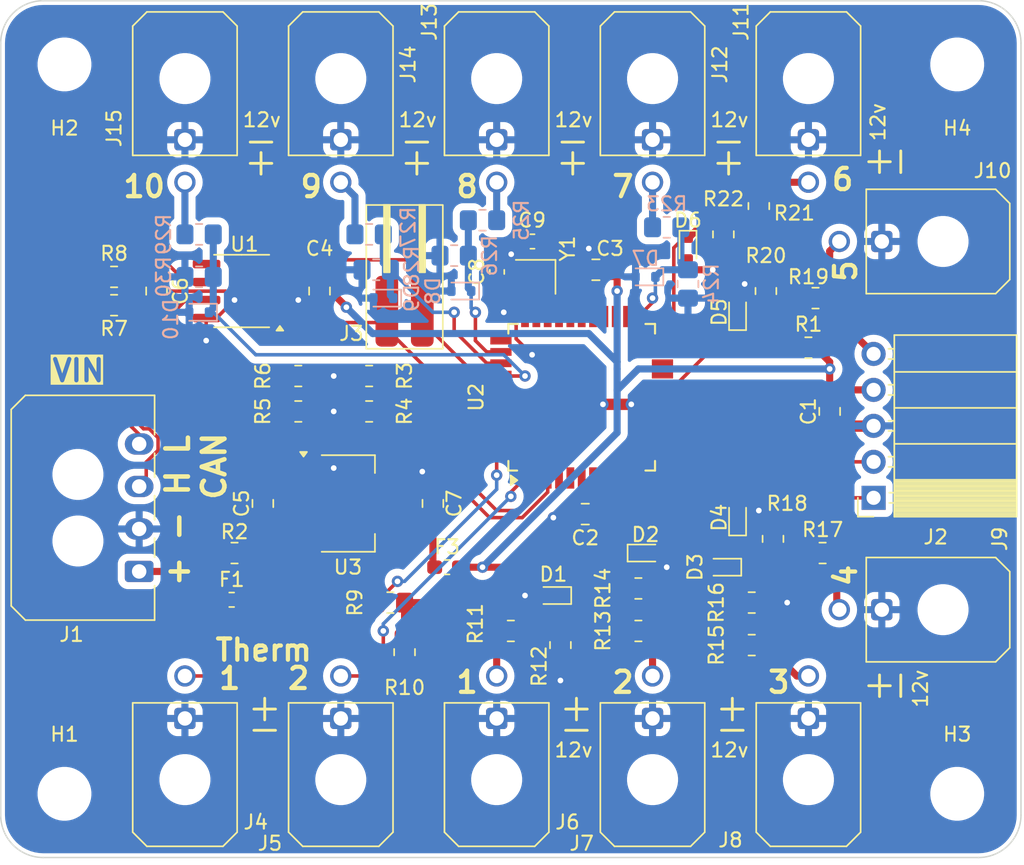
<source format=kicad_pcb>
(kicad_pcb (version 20240108) (generator "pcbnew") (generator_version "8.0")
  (layers (0 "F.Cu" signal) (31 "B.Cu" signal) (34 "B.Paste" user) (35 "F.Paste" user) (36 "B.SilkS" user "B.Silkscreen") (37 "F.SilkS" user "F.Silkscreen") (38 "B.Mask" user) (39 "F.Mask" user) (44 "Edge.Cuts" user))
  (net 0 "")
  (net 1 "+3V3")
  (net 2 "GND")
  (net 3 "+12V")
  (net 4 "/Decoupling")
  (net 5 "/Unfused 3V3")
  (net 6 "/CLK+")
  (net 7 "/CLK-")
  (net 8 "/4:1 P{slash}D 1")
  (net 9 "/4:1 P{slash}D 2")
  (net 10 "/4:1 P{slash}D 3")
  (net 11 "/4:1 P{slash}D 4")
  (net 12 "/4:1 P{slash}D 5")
  (net 13 "/4:1 P{slash}D 8")
  (net 14 "/4:1 P{slash}D 6")
  (net 15 "/4:1 P{slash}D 7")
  (net 16 "Net-(F1-Pad2)")
  (net 17 "Net-(J1-Pin_1)")
  (net 18 "/ICSPCLK")
  (net 19 "/~{MCLR}")
  (net 20 "/ICSPDAT")
  (net 21 "/CAN_RX")
  (net 22 "/CAN_TX")
  (net 23 "/CAN-")
  (net 24 "/CAN+")
  (net 25 "Net-(J6-Pin_2)")
  (net 26 "Net-(J7-Pin_2)")
  (net 27 "Net-(J8-Pin_2)")
  (net 28 "Net-(J9-Pin_2)")
  (net 29 "/Therm 2")
  (net 30 "/Therm 1")
  (net 31 "Net-(J12-Pin_2)")
  (net 32 "Net-(J13-Pin_2)")
  (net 33 "Net-(U2-RD2)")
  (net 34 "Net-(U2-RD3)")
  (net 35 "Net-(U2-RD4)")
  (net 36 "Net-(U2-RD5)")
  (net 54 "Net-(J10-Pin_2)")
  (net 55 "Net-(J11-Pin_2)")
  (net 56 "/4:1 P{slash}D 9")
  (net 57 "/4:1 P{slash}D 10")
  (net 58 "Net-(J14-Pin_2)")
  (net 59 "Net-(J15-Pin_2)")
  (footprint "Resistor_SMD:R_0805_2012Metric_Pad1.20x1.40mm_HandSolder" (layer "F.Cu") (at 117 91.5)
    (property "Reference" "R8")
    (property "Value" "60R")
  )
  (footprint "Connector_Molex:Molex_Micro-Fit_3.0_43045-0200_2x01_P3.00mm_Horizontal" (layer "F.Cu") (at 133 81.82)
    (property "Reference" "J14")
    (property "Value" "Conn_01x02_Pin")
  )
  (footprint "Resistor_SMD:R_0805_2012Metric_Pad1.20x1.40mm_HandSolder" (layer "F.Cu") (at 162 117.5)
    (property "Reference" "R15")
    (property "Value" "40k")
  )
  (footprint "Capacitor_SMD:C_0805_2012Metric_Pad1.18x1.45mm_HandSolder" (layer "F.Cu") (at 167.5 101 -90)
    (property "Reference" "C1")
    (property "Value" "10u")
  )
  (footprint "Package_TO_SOT_SMD:SOT-223-3_TabPin2" (layer "F.Cu") (at 133.5 107.5)
    (property "Reference" "U3")
    (property "Value" "AZ1117CH-3.3TRG1")
  )
  (footprint "Capacitor_SMD:C_0805_2012Metric_Pad1.18x1.45mm_HandSolder" (layer "F.Cu") (at 151 91 180)
    (property "Reference" "C3")
    (property "Value" "100n")
  )
  (footprint "Connector_Molex:Molex_Micro-Fit_3.0_43045-0200_2x01_P3.00mm_Horizontal" (layer "F.Cu") (at 171.18 89 -90)
    (property "Reference" "J10")
    (property "Value" "Conn_01x02_Pin")
  )
  (footprint "Resistor_SMD:R_0805_2012Metric_Pad1.20x1.40mm_HandSolder" (layer "F.Cu") (at 154 113.5 180)
    (property "Reference" "R14")
    (property "Value" "10k")
  )
  (footprint "Resistor_SMD:R_0805_2012Metric_Pad1.20x1.40mm_HandSolder" (layer "F.Cu") (at 130 101)
    (property "Reference" "R5")
    (property "Value" "0")
  )
  (footprint "Connector_Molex:Molex_Micro-Fit_3.0_43045-0200_2x01_P3.00mm_Horizontal" (layer "F.Cu") (at 133 122.68 180)
    (property "Reference" "J5")
    (property "Value" "Conn_01x02_Pin")
  )
  (footprint "Resistor_SMD:R_0805_2012Metric_Pad1.20x1.40mm_HandSolder" (layer "F.Cu") (at 135 98.5 180)
    (property "Reference" "R3")
    (property "Value" "0")
  )
  (footprint "Resistor_SMD:R_0805_2012Metric_Pad1.20x1.40mm_HandSolder" (layer "F.Cu") (at 117 93.5 180)
    (property "Reference" "R7")
    (property "Value" "60R")
  )
  (footprint "Capacitor_SMD:C_0805_2012Metric_Pad1.18x1.45mm_HandSolder" (layer "F.Cu") (at 127.5 107.5 90)
    (property "Reference" "C5")
    (property "Value" "10u")
  )
  (footprint "Resistor_SMD:R_0805_2012Metric_Pad1.20x1.40mm_HandSolder" (layer "F.Cu") (at 166.5 93)
    (property "Reference" "R19")
    (property "Value" "40k")
  )
  (footprint "Resistor_SMD:R_0805_2012Metric_Pad1.20x1.40mm_HandSolder" (layer "F.Cu") (at 130 98.5)
    (property "Reference" "R6")
    (property "Value" "0")
  )
  (footprint "sufst-lib:Conn2_SMD" (layer "F.Cu") (at 137.5 93.925)
    (property "Reference" "J3")
    (property "Value" "Conn_01x02_Pin")
  )
  (footprint "Connector_Molex:Molex_Micro-Fit_3.0_43045-0200_2x01_P3.00mm_Horizontal" (layer "F.Cu") (at 155 81.82)
    (property "Reference" "J12")
    (property "Value" "Conn_01x02_Pin")
  )
  (footprint "Resistor_SMD:R_0805_2012Metric_Pad1.20x1.40mm_HandSolder" (layer "F.Cu") (at 162 114.5 180)
    (property "Reference" "R16")
    (property "Value" "10k")
  )
  (footprint "Diode_SMD:D_SOD-523" (layer "F.Cu") (at 154.5 111)
    (property "Reference" "D2")
    (property "Value" "BZT585B3V3T-7")
  )
  (footprint "Crystal:Crystal_SMD_SeikoEpson_FA128-4Pin_2.0x1.6mm" (layer "F.Cu") (at 146.75 91.5 180)
    (property "Reference" "Y1")
    (property "Value" "40MHz")
  )
  (footprint "Capacitor_SMD:C_0805_2012Metric_Pad1.18x1.45mm_HandSolder" (layer "F.Cu") (at 139.5 107.5 90)
    (property "Reference" "C7")
    (property "Value" "10u")
  )
  (footprint "Capacitor_SMD:C_0805_2012Metric_Pad1.18x1.45mm_HandSolder" (layer "F.Cu") (at 150.25 108.25 180)
    (property "Reference" "C2")
    (property "Value" "100n")
  )
  (footprint "Connector_Molex:Molex_Micro-Fit_3.0_43045-0200_2x01_P3.00mm_Horizontal" (layer "F.Cu") (at 155 122.68 180)
    (property "Reference" "J7")
    (property "Value" "Conn_01x02_Pin")
  )
  (footprint "Capacitor_SMD:C_0603_1608Metric_Pad1.08x0.95mm_HandSolder" (layer "F.Cu") (at 144.025 91.15 90)
    (property "Reference" "C8")
    (property "Value" "10p")
  )
  (footprint "Resistor_SMD:R_0805_2012Metric_Pad1.20x1.40mm_HandSolder" (layer "F.Cu") (at 163 92.5 -90)
    (property "Reference" "R20")
    (property "Value" "10k")
  )
  (footprint "Resistor_SMD:R_0805_2012Metric_Pad1.20x1.40mm_HandSolder" (layer "F.Cu") (at 162.5 86.5 90)
    (property "Reference" "R21")
    (property "Value" "40k")
  )
  (footprint "Resistor_SMD:R_0805_2012Metric_Pad1.20x1.40mm_HandSolder" (layer "F.Cu") (at 136.5 114.5)
    (property "Reference" "R9")
    (property "Value" "10k")
  )
  (footprint "Resistor_SMD:R_0805_2012Metric_Pad1.20x1.40mm_HandSolder" (layer "F.Cu") (at 154 116.5)
    (property "Reference" "R13")
    (property "Value" "40k")
  )
  (footprint "Connector_Molex:Molex_Micro-Fit_3.0_43045-0200_2x01_P3.00mm_Horizontal" (layer "F.Cu") (at 144 81.82)
    (property "Reference" "J13")
    (property "Value" "Conn_01x02_Pin")
  )
  (footprint "Diode_SMD:D_SOD-523" (layer "F.Cu") (at 148 114 180)
    (property "Reference" "D1")
    (property "Value" "BZT585B3V3T-7")
  )
  (footprint "Connector_PinSocket_2.54mm:PinSocket_1x05_P2.54mm_Horizontal" (layer "F.Cu") (at 170.6 107.1 180)
    (property "Reference" "J2")
    (property "Value" "Conn_01x05_Pin")
  )
  (footprint "Resistor_SMD:R_0805_2012Metric_Pad1.20x1.40mm_HandSolder" (layer "F.Cu") (at 125.5 111 180)
    (property "Reference" "R2")
    (property "Value" "12")
  )
  (footprint "Connector_Molex:Molex_Micro-Fit_3.0_43045-0200_2x01_P3.00mm_Horizontal" (layer "F.Cu") (at 166 122.68 180)
    (property "Reference" "J8")
    (property "Value" "Conn_01x02_Pin")
  )
  (footprint "Capacitor_SMD:C_0603_1608Metric_Pad1.08x0.95mm_HandSolder" (layer "F.Cu") (at 146.525 89 180)
    (property "Reference" "C9")
    (property "Value" "10p")
  )
  (footprint "Diode_SMD:D_SOD-523" (layer "F.Cu") (at 157.5 89.5 -90)
    (property "Reference" "D6")
    (property "Value" "BZT585B3V3T-7")
  )
  (footprint "Resistor_SMD:R_0805_2012Metric_Pad1.20x1.40mm_HandSolder" (layer "F.Cu") (at 135 101 180)
    (property "Reference" "R4")
    (property "Value" "0")
  )
  (footprint "Diode_SMD:D_SOD-523" (layer "F.Cu") (at 160 112 180)
    (property "Reference" "D3")
    (property "Value" "BZT585B3V3T-7")
  )
  (footprint "Capacitor_SMD:C_0805_2012Metric_Pad1.18x1.45mm_HandSolder" (layer "F.Cu") (at 131.5 92.5 90)
    (property "Reference" "C4")
    (property "Value" "100n")
  )
  (footprint "Resistor_SMD:R_0805_2012Metric_Pad1.20x1.40mm_HandSolder" (layer "F.Cu") (at 167 111)
    (property "Reference" "R17")
    (property "Value" "40k")
  )
  (footprint "MountingHole:MountingHole_3.2mm_M3" (layer "F.Cu") (at 176.5 128)
    (property "Reference" "H3")
    (property "Value" "M3")
  )
  (footprint "Resistor_SMD:R_0805_2012Metric_Pad1.20x1.40mm_HandSolder" (layer "F.Cu") (at 145 116.5 180)
    (property "Reference" "R11")
    (property "Value" "40k")
  )
  (footprint "Resistor_SMD:R_0805_2012Metric_Pad1.20x1.40mm_HandSolder" (layer "F.Cu") (at 137.5 118 90)
    (property "Reference" "R10")
    (property "Value" "10k")
  )
  (footprint "Connector_Molex:Molex_Micro-Fit_3.0_43045-0200_2x01_P3.00mm_Horizontal" (layer "F.Cu") (at 166 81.82)
    (property "Reference" "J11")
    (property "Value" "Conn_01x02_Pin")
  )
  (footprint "Resistor_SMD:R_0805_2012Metric_Pad1.20x1.40mm_HandSolder" (layer "F.Cu") (at 148.5 117.5 90)
    (property "Reference" "R12")
    (property "Value" "10k")
  )
  (footprint "Diode_SMD:D_SOD-523" (layer "F.Cu") (at 161 94 90)
    (property "Reference" "D5")
    (property "Value" "BZT585B3V3T-7")
  )
  (footprint "Fuse:Fuse_0603_1608Metric_Pad1.05x0.95mm_HandSolder" (layer "F.Cu") (at 125.3 114.3)
    (property "Reference" "F1")
    (property "Value" "T0603FF0250TM")
  )
  (footprint "Resistor_SMD:R_0805_2012Metric_Pad1.20x1.40mm_HandSolder" (layer "F.Cu") (at 160 88.5 90)
    (property "Reference" "R22")
    (property "Value" "10k")
  )
  (footprint "Resistor_SMD:R_0805_2012Metric_Pad1.20x1.40mm_HandSolder" (layer "F.Cu") (at 163.5 110 -90)
    (property "Reference" "R18")
    (property "Value" "10k")
  )
  (footprint "Connector_Molex:Molex_Micro-Fit_3.0_43045-0200_2x01_P3.00mm_Horizontal" (layer "F.Cu") (at 122 81.82)
    (property "Reference" "J15")
    (property "Value" "Conn_01x02_Pin")
  )
  (footprint "Package_QFP:TQFP-44_10x10mm_P0.8mm" (layer "F.Cu") (at 150 100 90)
    (property "Reference" "U2")
    (property "Value" "PIC18F47Q84-I/PT")
  )
  (footprint "MountingHole:MountingHole_3.2mm_M3" (layer "F.Cu") (at 176.5 76.5)
    (property "Reference" "H4")
    (property "Value" "M3")
  )
  (footprint "Connector_Molex:Molex_Micro-Fit_3.0_43045-0200_2x01_P3.00mm_Horizontal" (layer "F.Cu") (at 144 122.68 180)
    (property "Reference" "J6")
    (property "Value" "Conn_01x02_Pin")
  )
  (footprint "Connector_Molex:Molex_Micro-Fit_3.0_43045-0200_2x01_P3.00mm_Horizontal" (layer "F.Cu") (at 171.18 115 -90)
    (property "Reference" "J9")
    (property "Value" "Conn_01x02_Pin")
  )
  (footprint "Fuse:Fuse_0603_1608Metric_Pad1.05x0.95mm_HandSolder" (layer "F.Cu") (at 140.5 112)
    (property "Reference" "F3")
    (property "Value" "T0603FF0250TM")
  )
  (footprint "MountingHole:MountingHole_3.2mm_M3" (layer "F.Cu") (at 113.5 128)
    (property "Reference" "H1")
    (property "Value" "M3")
  )
  (footprint "MountingHole:MountingHole_3.2mm_M3" (layer "F.Cu") (at 113.5 76.5)
    (property "Reference" "H2")
    (property "Value" "M3")
  )
  (footprint "Capacitor_SMD:C_0805_2012Metric_Pad1.18x1.45mm_HandSolder" (layer "F.Cu") (at 120 92.5 -90)
    (property "Reference" "C6")
    (property "Value" "4n7")
  )
  (footprint "Resistor_SMD:R_0805_2012Metric_Pad1.20x1.40mm_HandSolder" (layer "F.Cu") (at 166 96.5)
    (property "Reference" "R1")
    (property "Value" "10k")
  )
  (footprint "Connector_Molex:Molex_Micro-Fit_3.0_43650-0400_1x04_P3.00mm_Horizontal" (layer "F.Cu") (at 118.77 112.3 90)
    (property "Reference" "J1")
    (property "Value" "Conn_01x04_Pin")
  )
  (footprint "Package_SO:SOIC-8_3.9x4.9mm_P1.27mm" (layer "F.Cu") (at 126 92.5 180)
    (property "Reference" "U1")
    (property "Value" "MAX3051ESA+")
  )
  (footprint "Connector_Molex:Molex_Micro-Fit_3.0_43045-0200_2x01_P3.00mm_Horizontal" (layer "F.Cu") (at 122 122.68 180)
    (property "Reference" "J4")
    (property "Value" "Conn_01x02_Pin")
  )
  (footprint "Diode_SMD:D_SOD-523" (layer "F.Cu") (at 161 108.5 90)
    (property "Reference" "D4")
    (property "Value" "BZT585B3V3T-7")
  )
  (footprint "Diode_SMD:D_SOD-523" (layer "B.Cu") (at 136 93 180)
    (property "Reference" "D9")
    (property "Value" "BZT585B3V3T-7")
  )
  (footprint "Diode_SMD:D_SOD-523" (layer "B.Cu") (at 154.5 91.5 180)
    (property "Reference" "D7")
    (property "Value" "BZT585B3V3T-7")
  )
  (footprint "Resistor_SMD:R_0805_2012Metric_Pad1.20x1.40mm_HandSolder" (layer "B.Cu") (at 141 90)
    (property "Reference" "R26")
    (property "Value" "10k")
  )
  (footprint "Resistor_SMD:R_0805_2012Metric_Pad1.20x1.40mm_HandSolder" (layer "B.Cu") (at 123 91.5)
    (property "Reference" "R30")
    (property "Value" "10k")
  )
  (footprint "Resistor_SMD:R_0805_2012Metric_Pad1.20x1.40mm_HandSolder" (layer "B.Cu") (at 135.5 91)
    (property "Reference" "R28")
    (property "Value" "10k")
  )
  (footprint "Resistor_SMD:R_0805_2012Metric_Pad1.20x1.40mm_HandSolder" (layer "B.Cu") (at 156 88 180)
    (property "Reference" "R23")
    (property "Value" "40k")
  )
  (footprint "Resistor_SMD:R_0805_2012Metric_Pad1.20x1.40mm_HandSolder" (layer "B.Cu") (at 143 87.5)
    (property "Reference" "R25")
    (property "Value" "40k")
  )
  (footprint "Resistor_SMD:R_0805_2012Metric_Pad1.20x1.40mm_HandSolder" (layer "B.Cu") (at 123 88.5 180)
    (property "Reference" "R29")
    (property "Value" "40k")
  )
  (footprint "Resistor_SMD:R_0805_2012Metric_Pad1.20x1.40mm_HandSolder" (layer "B.Cu") (at 135 88.5 180)
    (property "Reference" "R27")
    (property "Value" "40k")
  )
  (footprint "Resistor_SMD:R_0805_2012Metric_Pad1.20x1.40mm_HandSolder" (layer "B.Cu") (at 157.5 92 90)
    (property "Reference" "R24")
    (property "Value" "10k")
  )
  (footprint "Diode_SMD:D_SOD-523" (layer "B.Cu") (at 123 94 180)
    (property "Reference" "D10")
    (property "Value" "BZT585B3V3T-7")
  )
  (footprint "Diode_SMD:D_SOD-523" (layer "B.Cu") (at 141.5 92.5 180)
    (property "Reference" "D8")
    (property "Value" "BZT585B3V3T-7")
  )
  (gr_line (start 109 116) (end 109 129.5) (stroke (width 0.1)) (layer "Edge.Cuts"))
  (gr_arc (start 178 72) (mid 180.12132 72.87868) (end 181 75) (stroke (width 0.1)) (layer "Edge.Cuts"))
  (gr_line (start 181 75) (end 181 129.5) (stroke (width 0.1)) (layer "Edge.Cuts"))
  (gr_line (start 109 116) (end 109 75) (stroke (width 0.1)) (layer "Edge.Cuts"))
  (gr_arc (start 109 75) (mid 109.87868 72.87868) (end 112 72) (stroke (width 0.1)) (layer "Edge.Cuts"))
  (gr_line (start 112 132.5) (end 178 132.5) (stroke (width 0.1)) (layer "Edge.Cuts"))
  (gr_arc (start 112 132.5) (mid 109.87868 131.62132) (end 109 129.5) (stroke (width 0.1)) (layer "Edge.Cuts"))
  (gr_line (start 112 72) (end 178 72) (stroke (width 0.1)) (layer "Edge.Cuts"))
  (gr_arc (start 181 129.5) (mid 180.12132 131.62132) (end 178 132.5) (stroke (width 0.1)) (layer "Edge.Cuts"))
  (gr_text "1" (at 141 121 0) (layer "F.SilkS") (effects (font (size 1.5 1.5) (thickness 0.3) (bold yes)) (justify left bottom)))
  (gr_text "+" (at 151 121 180) (layer "F.SilkS") (effects (font (size 2 2) (thickness 0.2) (bold yes)) (justify left bottom)))
  (gr_text "-" (at 129 122.5 180) (layer "F.SilkS") (effects (font (size 2 2) (thickness 0.2) (bold yes)) (justify left bottom)))
  (gr_text "+" (at 170 119 -90) (layer "F.SilkS") (effects (font (size 2 2) (thickness 0.2) (bold yes)) (justify left bottom)))
  (gr_text "7" (at 152 86 0) (layer "F.SilkS") (effects (font (size 1.5 1.5) (thickness 0.3) (bold yes)) (justify left bottom)))
  (gr_text "12v" (at 148 81 0) (layer "F.SilkS") (effects (font (size 1 1)) (justify left bottom)))
  (gr_text "-" (at 159 83 0) (layer "F.SilkS") (effects (font (size 2 2) (thickness 0.2) (bold yes)) (justify left bottom)))
  (gr_text "6" (at 167.5 85.5 0) (layer "F.SilkS") (effects (font (size 1.5 1.5) (thickness 0.3) (bold yes)) (justify left bottom)))
  (gr_text "12v" (at 174.5 122 90) (layer "F.SilkS") (effects (font (size 1 1)) (justify left bottom)))
  (gr_text "+" (at 126 84.5 0) (layer "F.SilkS") (effects (font (size 2 2) (thickness 0.2) (bold yes)) (justify left bottom)))
  (gr_text "2" (at 152 121 0) (layer "F.SilkS") (effects (font (size 1.5 1.5) (thickness 0.3) (bold yes)) (justify left bottom)))
  (gr_text "-" (at 171.5 119 -90) (layer "F.SilkS") (effects (font (size 2 2) (thickness 0.2) (bold yes)) (justify left bottom)))
  (gr_text "1   2" (at 124.25 120.73 0) (layer "F.SilkS") (effects (font (size 1.5 1.5) (thickness 0.3) (bold yes)) (justify left bottom)))
  (gr_text "-" (at 171.5 82 -90) (layer "F.SilkS") (effects (font (size 2 2) (thickness 0.2) (bold yes)) (justify left bottom)))
  (gr_text "9" (at 130 86 0) (layer "F.SilkS") (effects (font (size 1.5 1.5) (thickness 0.3) (bold yes)) (justify left bottom)))
  (gr_text "+ - H L\n     CAN" (at 125 113.5 90) (layer "F.SilkS") (effects (font (size 1.6 1.6) (thickness 0.32) (bold yes)) (justify left bottom)))
  (gr_text "3" (at 163 121 0) (layer "F.SilkS") (effects (font (size 1.5 1.5) (thickness 0.3) (bold yes)) (justify left bottom)))
  (gr_text "VIN" (at 112.5 99 0) (layer "F.SilkS" knockout) (effects (font (size 1.5 1.5) (thickness 0.3) (bold yes)) (justify left bottom)))
  (gr_text "-" (at 148 83 0) (layer "F.SilkS") (effects (font (size 2 2) (thickness 0.2) (bold yes)) (justify left bottom)))
  (gr_text "5" (at 169.5 92 90) (layer "F.SilkS") (effects (font (size 1.5 1.5) (thickness 0.3) (bold yes)) (justify left bottom)))
  (gr_text "12v" (at 171.5 82 90) (layer "F.SilkS") (effects (font (size 1 1)) (justify left bottom)))
  (gr_text "4" (at 169.5 113.5 90) (layer "F.SilkS") (effects (font (size 1.5 1.5) (thickness 0.3) (bold yes)) (justify left bottom)))
  (gr_text "-" (at 126 83 0) (layer "F.SilkS") (effects (font (size 2 2) (thickness 0.2) (bold yes)) (justify left bottom)))
  (gr_text "Therm" (at 124 118.73 0) (layer "F.SilkS") (effects (font (size 1.5 1.5) (thickness 0.3) (bold yes)) (justify left bottom)))
  (gr_text "12v" (at 159 125.5 0) (layer "F.SilkS") (effects (font (size 1 1)) (justify left bottom)))
  (gr_text "8" (at 141 86 0) (layer "F.SilkS") (effects (font (size 1.5 1.5) (thickness 0.3) (bold yes)) (justify left bottom)))
  (gr_text "-" (at 162 122.5 180) (layer "F.SilkS") (effects (font (size 2 2) (thickness 0.2) (bold yes)) (justify left bottom)))
  (gr_text "+" (at 159 84.5 0) (layer "F.SilkS") (effects (font (size 2 2) (thickness 0.2) (bold yes)) (justify left bottom)))
  (gr_text "+" (at 162 121 180) (layer "F.SilkS") (effects (font (size 2 2) (thickness 0.2) (bold yes)) (justify left bottom)))
  (gr_text "10" (at 117.5 86 0) (layer "F.SilkS") (effects (font (size 1.5 1.5) (thickness 0.3) (bold yes)) (justify left bottom)))
  (gr_text "12v" (at 137 81 0) (layer "F.SilkS") (effects (font (size 1 1)) (justify left bottom)))
  (gr_text "12v" (at 126 81 0) (layer "F.SilkS") (effects (font (size 1 1)) (justify left bottom)))
  (gr_text "+" (at 137 84.5 0) (layer "F.SilkS") (effects (font (size 2 2) (thickness 0.2) (bold yes)) (justify left bottom)))
  (gr_text "+" (at 148 84.5 0) (layer "F.SilkS") (effects (font (size 2 2) (thickness 0.2) (bold yes)) (justify left bottom)))
  (gr_text "-" (at 137 83 0) (layer "F.SilkS") (effects (font (size 2 2) (thickness 0.2) (bold yes)) (justify left bottom)))
  (gr_text "+" (at 129 121 180) (layer "F.SilkS") (effects (font (size 2 2) (thickness 0.2) (bold yes)) (justify left bottom)))
  (gr_text "-" (at 151 122.5 180) (layer "F.SilkS") (effects (font (size 2 2) (thickness 0.2) (bold yes)) (justify left bottom)))
  (gr_text "12v" (at 159 81 0) (layer "F.SilkS") (effects (font (size 1 1)) (justify left bottom)))
  (gr_text "+" (at 170 82 -90) (layer "F.SilkS") (effects (font (size 2 2) (thickness 0.2) (bold yes)) (justify left bottom)))
  (gr_text "12v" (at 148 125.5 0) (layer "F.SilkS") (effects (font (size 1 1)) (justify left bottom)))
  (segment (start 151.2875 108.25) (end 150.8 107.7625) (width 0.5) (layer "F.Cu") (net 1))
  (segment (start 133.39375 93.621872) (end 132.271878 92.5) (width 0.5) (layer "F.Cu") (net 1))
  (segment (start 150.8 107.7625) (end 150.8 105.7) (width 0.5) (layer "F.Cu") (net 1))
  (segment (start 170.6 99.48) (end 167.9825 99.48) (width 0.5) (layer "F.Cu") (net 1))
  (segment (start 167.5 97.5) (end 167 97) (width 0.5) (layer "F.Cu") (net 1))
  (segment (start 132.271878 92.5) (end 132.25 92.5) (width 0.5) (layer "F.Cu") (net 1))
  (segment (start 131.0975 91.865) (end 131.5 91.4625) (width 0.25) (layer "F.Cu") (net 1))
  (segment (start 167.5 98) (end 167.5 97.5) (width 0.5) (layer "F.Cu") (net 1))
  (segment (start 152.175 91) (end 152.2875 91) (width 0.5) (layer "F.Cu") (net 1))
  (segment (start 167.9825 99.48) (end 167.5 99.9625) (width 0.5) (layer "F.Cu") (net 1))
  (segment (start 128.475 91.865) (end 131.0975 91.865) (width 0.25) (layer "F.Cu") (net 1))
  (segment (start 152.5 91.4625) (end 152.0375 91) (width 0.5) (layer "F.Cu") (net 1))
  (segment (start 147.5375 112) (end 151.2875 108.25) (width 0.5) (layer "F.Cu") (net 1))
  (segment (start 150 93.175) (end 152.175 91) (width 0.5) (layer "F.Cu") (net 1))
  (segment (start 133.39375 93.64375) (end 133.39375 93.621872) (width 0.5) (layer "F.Cu") (net 1))
  (segment (start 150 94.3) (end 150 93.175) (width 0.5) (layer "F.Cu") (net 1))
  (segment (start 131.5 91.75) (end 131.5 91.4625) (width 0.5) (layer "F.Cu") (net 1))
  (segment (start 141.375 112.0625) (end 141.375 112) (width 0.5) (layer "F.Cu") (net 1))
  (segment (start 143 112) (end 147.5375 112) (width 0.5) (layer "F.Cu") (net 1))
  (segment (start 137.5 114.5) (end 138.9375 114.5) (width 0.5) (layer "F.Cu") (net 1))
  (segment (start 138.9375 114.5) (end 141.375 112.0625) (width 0.5) (layer "F.Cu") (net 1))
  (segment (start 167.5 99.9625) (end 167.5 98) (width 0.5) (layer "F.Cu") (net 1))
  (segment (start 137.5 117) (end 137.5 114.5) (width 0.5) (layer "F.Cu") (net 1))
  (segment (start 141.375 112) (end 143 112) (width 0.5) (layer "F.Cu") (net 1))
  (segment (start 132.25 92.5) (end 131.5 91.75) (width 0.5) (layer "F.Cu") (net 1))
  (segment (start 152.5 92.5) (end 152.5 91.4625) (width 0.5) (layer "F.Cu") (net 1))
  (via (at 133.39375 93.64375) (size 0.8) (drill 0.4) (layers "F.Cu" "B.Cu") (net 1))
  (via (at 152.5 92.5) (size 0.8) (drill 0.4) (layers "F.Cu" "B.Cu") (net 1))
  (via (at 167.5 98) (size 0.8) (drill 0.4) (layers "F.Cu" "B.Cu") (net 1))
  (via (at 143 112) (size 0.8) (drill 0.4) (layers "F.Cu" "B.Cu") (net 1))
  (segment (start 152.5 98) (end 152.5 97.5) (width 0.5) (layer "B.Cu") (net 1))
  (segment (start 150.5 95.5) (end 152.5 97.5) (width 0.5) (layer "B.Cu") (net 1))
  (segment (start 135.25 95.5) (end 150.5 95.5) (width 0.5) (layer "B.Cu") (net 1))
  (segment (start 152.5 102.5) (end 152.5 98) (width 0.5) (layer "B.Cu") (net 1))
  (segment (start 152.5 97.5) (end 152.5 92.5) (width 0.5) (layer "B.Cu") (net 1))
  (segment (start 167.5 98) (end 154 98) (width 0.5) (layer "B.Cu") (net 1))
  (segment (start 133.39375 93.64375) (end 135.25 95.5) (width 0.5) (layer "B.Cu") (net 1))
  (segment (start 154 98) (end 152.5 99.5) (width 0.5) (layer "B.Cu") (net 1))
  (segment (start 143 112) (end 152.5 102.5) (width 0.5) (layer "B.Cu") (net 1))
  (segment (start 147.475 92.075) (end 147.35766 92.075) (width 0.2) (layer "F.Cu") (net 2))
  (segment (start 150 107.4625) (end 150 105.7) (width 0.5) (layer "F.Cu") (net 2))
  (segment (start 156 111.8) (end 155.2 111) (width 0.25) (layer "F.Cu") (net 2))
  (segment (start 149.2 92.0125) (end 150.2125 91) (width 0.5) (layer "F.Cu") (net 2))
  (segment (start 149.2125 108.25) (end 148.25 108.25) (width 0.5) (layer "F.Cu") (net 2))
  (segment (start 162 91.5) (end 163 91.5) (width 0.5) (layer "F.Cu") (net 2))
  (segment (start 125.5 93.135) (end 124.875 92.51) (width 0.25) (layer "F.Cu") (net 2))
  (segment (start 149.2125 108.25) (end 150 107.4625) (width 0.5) (layer "F.Cu") (net 2))
  (segment (start 161 93.3) (end 161 92.5) (width 0.5) (layer "F.Cu") (net 2))
  (segment (start 156 112) (end 156 111.8) (width 0.25) (layer "F.Cu") (net 2))
  (segment (start 131.0975 93.135) (end 131.5 93.5375) (width 0.25) (layer "F.Cu") (net 2))
  (segment (start 167.5 102.0375) (end 170.5825 102.0375) (width 0.8) (layer "F.Cu") (net 2))
  (segment (start 131 101) (end 132.5 101) (width 0.25) (layer "F.Cu") (net 2))
  (segment (start 160 90.5) (end 160 89.5) (width 0.5) (layer "F.Cu") (net 2))
  (segment (start 145.6625 89.2625) (end 145.6625 89) (width 0.25) (layer "F.Cu") (net 2))
  (segment (start 153.5 100.5) (end 151.5 100.5) (width 0.8) (layer "F.Cu") (net 2))
  (segment (start 150.5 89.5) (end 150.2125 89.7875) (width 0.5) (layer "F.Cu") (net 2))
  (segment (start 147.3 114) (end 146 114) (width 0.25) (layer "F.Cu") (net 2))
  (segment (start 170.5825 102.0375) (end 170.6 102.02) (width 0.8) (layer "F.Cu") (net 2))
  (segment (start 125.5 93.135) (end 124.23 94.405) (width 0.25) (layer "F.Cu") (net 2))
  (segment (start 159.5 91) (end 160 90.5) (width 0.5) (layer "F.Cu") (net 2))
  (segment (start 131 98.5) (end 132.5 98.5) (width 0.25) (layer "F.Cu") (net 2))
  (segment (start 161.5 92) (end 162 91.5) (width 0.5) (layer "F.Cu") (net 2))
  (segment (start 132.5 98.5) (end 134 98.5) (width 0.25) (layer "F.Cu") (net 2))
  (segment (start 121.0275 92.51) (end 120.96375 92.57375) (width 0.25) (layer "F.Cu") (net 2))
  (segment (start 159.25 91) (end 159.5 91) (width 0.5) (layer "F.Cu") (net 2))
  (segment (start 132.5 101) (end 134 101) (width 0.25) (layer "F.Cu") (net 2))
  (segment (start 148.25 108.25) (end 148 108.5) (width 0.5) (layer "F.Cu") (net 2))
  (segment (start 155 113) (end 156 112) (width 0.25) (layer "F.Cu") (net 2))
  (segment (start 145.947304 90.925) (end 145.8 90.925) (width 0.2) (layer "F.Cu") (net 2))
  (segment (start 145.025 89.9) (end 145.6625 89.2625) (width 0.25) (layer "F.Cu") (net 2))
  (segment (start 155 113.5) (end 155 113) (width 0.25) (layer "F.Cu") (net 2))
  (segment (start 127.5 106.4625) (end 129.0875 106.4625) (width 0.5) (layer "F.Cu") (net 2))
  (segment (start 146.5 97) (end 145.375 95.875) (width 0.25) (layer "F.Cu") (net 2))
  (segment (start 123.5 96) (end 123.5 94.43) (width 0.25) (layer "F.Cu") (net 2))
  (segment (start 145.025 89.9) (end 144.4125 89.9) (width 0.25) (layer "F.Cu") (net 2))
  (segment (start 139.5 106) (end 139.5 106.4625) (width 0.5) (layer "F.Cu") (net 2))
  (segment (start 124.875 92.51) (end 121.0275 92.51) (width 0.25) (layer "F.Cu") (net 2))
  (segment (start 158 91) (end 157.5 90.5) (width 0.5) (layer "F.Cu") (net 2))
  (segment (start 145.375 95.875) (end 145.375 94.875) (width 0.25) (layer "F.Cu") (net 2))
  (segment (start 130.35 105.2) (end 132.3 105.2) (width 0.5) (layer "F.Cu") (net 2))
  (segment (start 150.2125 89.7875) (end 150.2125 91) (width 0.5) (layer "F.Cu") (net 2))
  (segment (start 145.025 89.925) (end 145.025 89.9) (width 0.25) (layer "F.Cu") (net 2))
  (segment (start 146.025 90.925) (end 145.025 89.925) (width 0.25) (layer "F.Cu") (net 2))
  (segment (start 145.8 90.925) (end 145.952696 90.925) (width 0.25) (layer "F.Cu") (net 2))
  (segment (start 138.75 105.25) (end 139.5 106) (width 0.5) (layer "F.Cu") (net 2))
  (segment (start 161 92.5) (end 161.5 92) (width 0.5) (layer "F.Cu") (net 2))
  (segment (start 146.20766 90.925) (end 146.025 90.925) (width 0.2) (layer "F.Cu") (net 2))
  (segment (start 148.5 118.5) (end 148.5 120) (width 0.25) (layer "F.Cu") (net 2))
  (segment (start 156 112) (end 159.3 112) (width 0.25) (layer "F.Cu") (net 2))
  (segment (start 159.25 91) (end 158 91) (width 0.5) (layer "F.Cu") (net 2))
  (segment (start 145.375 94.875) (end 144.5 94) (width 0.25) (layer "F.Cu") (net 2))
  (segment (start 145.8 90.925) (end 145.8 90.775) (width 0.2) (layer "F.Cu") (net 2))
  (segment (start 128.475 93.135) (end 131.0975 93.135) (width 0.25) (layer "F.Cu") (net 2))
  (segment (start 162.5 108) (end 163.5 109) (width 0.25) (layer "F.Cu") (net 2))
  (segment (start 157.5 90.5) (end 157.5 90.2) (width 0.5) (layer "F.Cu") (net 2))
  (segment (start 132.5 105) (end 132.3 105.2) (width 0.5) (layer "F.Cu") (net 2))
  (segment (start 121.0375 92.5) (end 120.96375 92.57375) (width 0.25) (layer "F.Cu") (net 2))
  (segment (start 120.96375 92.57375) (end 120 93.5375) (width 0.25) (layer "F.Cu") (net 2))
  (segment (start 161 107.8) (end 162.3 107.8) (width 0.25) (layer "F.Cu") (net 2))
  (segment (start 123.5 94.43) (end 123.525 94.405) (width 0.25) (layer "F.Cu") (net 2))
  (segment (start 149.2 94.3) (end 149.2 92.0125) (width 0.5) (layer "F.Cu") (net 2))
  (segment (start 147.35766 92.075) (end 146.20766 90.925) (width 0.2) (layer "F.Cu") (net 2))
  (segment (start 162.3 107.8) (end 162.5 108) (width 0.25) (layer "F.Cu") (net 2))
  (segment (start 163 114.5) (end 164.5 114.5) (width 0.25) (layer "F.Cu") (net 2))
  (segment (start 144.4125 89.9) (end 144.025 90.2875) (width 0.25) (layer "F.Cu") (net 2))
  (segment (start 124.23 94.405) (end 123.525 94.405) (width 0.25) (layer "F.Cu") (net 2))
  (segment (start 129.0875 106.4625) (end 130.35 105.2) (width 0.5) (layer "F.Cu") (net 2))
  (via (at 132.5 105) (size 0.8) (drill 0.4) (layers "F.Cu" "B.Cu") (net 2))
  (via (at 159.25 91) (size 0.8) (drill 0.4) (layers "F.Cu" "B.Cu") (net 2))
  (via (at 162.5 108) (size 0.8) (drill 0.4) (layers "F.Cu" "B.Cu") (net 2))
  (via (at 138.75 105.25) (size 0.8) (drill 0.4) (layers "F.Cu" "B.Cu") (net 2))
  (via (at 156 112) (size 0.8) (drill 0.4) (layers "F.Cu" "B.Cu") (net 2))
  (via (at 153.5 100.5) (size 0.8) (drill 0.4) (layers "F.Cu" "B.Cu") (net 2))
  (via (at 151.5 100.5) (size 0.8) (drill 0.4) (layers "F.Cu" "B.Cu") (net 2))
  (via (at 125.5 93.135) (size 0.8) (drill 0.4) (layers "F.Cu" "B.Cu") (net 2))
  (via (at 146 114) (size 0.8) (drill 0.4) (layers "F.Cu" "B.Cu") (net 2))
  (via (at 146.5 97) (size 0.8) (drill 0.4) (layers "F.Cu" "B.Cu") (net 2))
  (via (at 148.5 120) (size 0.8) (drill 0.4) (layers "F.Cu" "B.Cu") (net 2))
  (via (at 130 93.135) (size 0.8) (drill 0.4) (layers "F.Cu" "B.Cu") (net 2))
  (via (at 145.025 89.9) (size 0.8) (drill 0.4) (layers "F.Cu" "B.Cu") (net 2))
  (via (at 164.5 114.5) (size 0.8) (drill 0.4) (layers "F.Cu" "B.Cu") (net 2))
  (via (at 123.5 96) (size 0.8) (drill 0.4) (layers "F.Cu" "B.Cu") (net 2))
  (via (at 148 108.5) (size 0.8) (drill 0.4) (layers "F.Cu" "B.Cu") (net 2))
  (via (at 150.5 89.5) (size 0.8) (drill 0.4) (layers "F.Cu" "B.Cu") (net 2))
  (via (at 132.5 98.5) (size 0.8) (drill 0.4) (layers "F.Cu" "B.Cu") (net 2))
  (via (at 161.5 92) (size 0.8) (drill 0.4) (layers "F.Cu" "B.Cu") (net 2))
  (via (at 132.5 101) (size 0.8) (drill 0.4) (layers "F.Cu" "B.Cu") (net 2))
  (via (at 144.5 94) (size 0.8) (drill 0.4) (layers "F.Cu" "B.Cu") (net 2))
  (segment (start 124.5 111) (end 126.9625 108.5375) (width 0.5) (layer "F.Cu") (net 3))
  (segment (start 130.35 109.8) (end 129.6375 109.8) (width 0.5) (layer "F.Cu") (net 3))
  (segment (start 127.5 108.5375) (end 129.0875 108.5375) (width 0.5) (layer "F.Cu") (net 3))
  (segment (start 129.0875 108.5375) (end 130.35 109.8) (width 0.5) (layer "F.Cu") (net 3))
  (segment (start 126.9625 108.5375) (end 127.5 108.5375) (width 0.5) (layer "F.Cu") (net 3))
  (segment (start 118 91.5) (end 119.9625 91.5) (width 0.25) (layer "F.Cu") (net 4))
  (segment (start 120 91.5) (end 120 91.4625) (width 0.25) (layer "F.Cu") (net 4))
  (segment (start 118 93.5) (end 120 91.5) (width 0.25) (layer "F.Cu") (net 4))
  (segment (start 119.9625 91.5) (end 120 91.4625) (width 0.25) (layer "F.Cu") (net 4))
  (segment (start 139.5 108.5375) (end 139.5 111.875) (width 0.5) (layer "F.Cu") (net 5))
  (segment (start 138.5375 107.5) (end 139.5 108.4625) (width 0.5) (layer "F.Cu") (net 5))
  (segment (start 136.65 107.5) (end 138.5375 107.5) (width 0.5) (layer "F.Cu") (net 5))
  (segment (start 139.5 111.875) (end 139.625 112) (width 0.5) (layer "F.Cu") (net 5))
  (segment (start 130.35 107.5) (end 136.65 107.5) (width 0.5) (layer "F.Cu") (net 5))
  (segment (start 147.525 93.25) (end 147.625 93.35) (width 0.2) (layer "F.Cu") (net 6))
  (segment (start 147.2 93.25) (end 147.525 93.25) (width 0.2) (layer "F.Cu") (net 6))
  (segment (start 144.0875 92.075) (end 144.025 92.0125) (width 0.2) (layer "F.Cu") (net 6))
  (segment (start 147.174589 93.224589) (end 146.788674 92.838677) (width 0.2) (layer "F.Cu") (net 6))
  (segment (start 146.025 92.414412) (end 145.73461 92.704802) (width 0.2) (layer "F.Cu") (net 6))
  (segment (start 146.025 92.075) (end 144.0875 92.075) (width 0.2) (layer "F.Cu") (net 6))
  (segment (start 147.625 93.35) (end 147.625 94.3) (width 0.2) (layer "F.Cu") (net 6))
  (segment (start 145.73461 93.044213) (end 145.819462 93.129066) (width 0.2) (layer "F.Cu") (net 6))
  (segment (start 146.158874 93.129066) (end 146.449263 92.838677) (width 0.2) (layer "F.Cu") (net 6))
  (arc (start 145.819462 93.129066) (mid 145.989168 93.199361) (end 146.158874 93.129066) (width 0.2) (layer "F.Cu") (net 6))
  (arc (start 146.025 92.075) (mid 146.095295 92.244706) (end 146.025 92.414412) (width 0.2) (layer "F.Cu") (net 6))
  (arc (start 146.449263 92.838677) (mid 146.618969 92.768383) (end 146.788674 92.838677) (width 0.2) (layer "F.Cu") (net 6))
  (arc (start 145.73461 92.704802) (mid 145.664315 92.874507) (end 145.73461 93.044213) (width 0.2) (layer "F.Cu") (net 6))
  (segment (start 147.475 89.0875) (end 147.3875 89) (width 0.2) (layer "F.Cu") (net 7))
  (segment (start 147.475 90.925) (end 147.475 89.0875) (width 0.2) (layer "F.Cu") (net 7))
  (segment (start 147.25 90.925) (end 148.25 90.925) (width 0.25) (layer "F.Cu") (net 7))
  (segment (start 148.425 91.1) (end 148.425 94.3) (width 0.25) (layer "F.Cu") (net 7))
  (segment (start 148.25 90.925) (end 148.425 91.1) (width 0.25) (layer "F.Cu") (net 7))
  (segment (start 152.4 110.3) (end 152.4 105.7) (width 0.25) (layer "F.Cu") (net 8))
  (segment (start 148.5 114.2) (end 148.7 114) (width 0.5) (layer "F.Cu") (net 8))
  (segment (start 148.7 114) (end 152.4 110.3) (width 0.25) (layer "F.Cu") (net 8))
  (segment (start 146 116.5) (end 148.5 116.5) (width 0.5) (layer "F.Cu") (net 8))
  (segment (start 148.5 116.5) (end 148.5 114.2) (width 0.5) (layer "F.Cu") (net 8))
  (segment (start 153 111.8) (end 153.8 111) (width 0.5) (layer "F.Cu") (net 9))
  (segment (start 153.8 111) (end 153.2 110.4) (width 0.25) (layer "F.Cu") (net 9))
  (segment (start 153.2 110.4) (end 153.2 105.7) (width 0.25) (layer "F.Cu") (net 9))
  (segment (start 153 116.5) (end 153 113.5) (width 0.5) (layer "F.Cu") (net 9))
  (segment (start 153 113.5) (end 153 111.8) (width 0.5) (layer "F.Cu") (net 9))
  (segment (start 161 112.3) (end 160.7 112) (width 0.5) (layer "F.Cu") (net 10))
  (segment (start 161 114.5) (end 161 112.3) (width 0.5) (layer "F.Cu") (net 10))
  (segment (start 160.7 111.650001) (end 154.749999 105.7) (width 0.25) (layer "F.Cu") (net 10))
  (segment (start 160.7 112) (end 160.7 111.650001) (width 0.25) (layer "F.Cu") (net 10))
  (segment (start 161 117.5) (end 161 114.5) (width 0.5) (layer "F.Cu") (net 10))
  (segment (start 154.749999 105.7) (end 154 105.7) (width 0.25) (layer "F.Cu") (net 10))
  (segment (start 161 109.2) (end 158.5 106.7) (width 0.25) (layer "F.Cu") (net 11))
  (segment (start 156.7 102.4) (end 155.7 102.4) (width 0.25) (layer "F.Cu") (net 11))
  (segment (start 166 111) (end 163.5 111) (width 0.5) (layer "F.Cu") (net 11))
  (segment (start 162.8 111) (end 161 109.2) (width 0.5) (layer "F.Cu") (net 11))
  (segment (start 158.5 104.2) (end 156.7 102.4) (width 0.25) (layer "F.Cu") (net 11))
  (segment (start 158.5 106.7) (end 158.5 104.2) (width 0.25) (layer "F.Cu") (net 11))
  (segment (start 163.5 111) (end 162.8 111) (width 0.5) (layer "F.Cu") (net 11))
  (segment (start 157.7 96.8) (end 155.7 96.8) (width 0.25) (layer "F.Cu") (net 12))
  (segment (start 161.8 94.7) (end 161 94.7) (width 0.5) (layer "F.Cu") (net 12))
  (segment (start 163.5 93) (end 161.8 94.7) (width 0.5) (layer "F.Cu") (net 12))
  (segment (start 159.8 94.7) (end 157.7 96.8) (width 0.25) (layer "F.Cu") (net 12))
  (segment (start 165.5 93) (end 163.5 93) (width 0.5) (layer "F.Cu") (net 12))
  (segment (start 161 94.7) (end 159.8 94.7) (width 0.25) (layer "F.Cu") (net 12))
  (segment (start 142.5 94) (end 142.5 96) (width 0.25) (layer "F.Cu") (net 13))
  (segment (start 143.3 96.8) (end 144.3 96.8) (width 0.25) (layer "F.Cu") (net 13))
  (segment (start 142.5 96) (end 143.3 96.8) (width 0.25) (layer "F.Cu") (net 13))
  (via (at 142.5 94) (size 0.8) (drill 0.4) (layers "F.Cu" "B.Cu") (net 13))
  (segment (start 142 92.3) (end 142.2 92.5) (width 0.5) (layer "B.Cu") (net 13))
  (segment (start 142.2 93.7) (end 142.5 94) (width 0.25) (layer "B.Cu") (net 13))
  (segment (start 142.2 92.5) (end 142.2 93.7) (width 0.25) (layer "B.Cu") (net 13))
  (segment (start 142 87.5) (end 142 90) (width 0.5) (layer "B.Cu") (net 13))
  (segment (start 142 90) (end 142 92.3) (width 0.5) (layer "B.Cu") (net 13))
  (segment (start 155.7 96) (end 156.5 95.2) (width 0.25) (layer "F.Cu") (net 14))
  (segment (start 156.5 89.450001) (end 157.150001 88.8) (width 0.25) (layer "F.Cu") (net 14))
  (segment (start 160 87.5) (end 158.8 87.5) (width 0.5) (layer "F.Cu") (net 14))
  (segment (start 162.5 87.5) (end 160 87.5) (width 0.5) (layer "F.Cu") (net 14))
  (segment (start 157.150001 88.8) (end 157.5 88.8) (width 0.25) (layer "F.Cu") (net 14))
  (segment (start 158.8 87.5) (end 157.5 88.8) (width 0.5) (layer "F.Cu") (net 14))
  (segment (start 156.5 95.2) (end 156.5 89.450001) (width 0.25) (layer "F.Cu") (net 14))
  (segment (start 155 93.3) (end 154 94.3) (width 0.25) (layer "F.Cu") (net 15))
  (segment (start 155 93) (end 155 93.3) (width 0.25) (layer "F.Cu") (net 15))
  (via (at 155 93) (size 0.8) (drill 0.4) (layers "F.Cu" "B.Cu") (net 15))
  (segment (start 157 90.5) (end 157.5 91) (width 0.5) (layer "B.Cu") (net 15))
  (segment (start 157 88) (end 157 90.5) (width 0.5) (layer "B.Cu") (net 15))
  (segment (start 155.2 92.8) (end 155 93) (width 0.25) (layer "B.Cu") (net 15))
  (segment (start 155.7 91) (end 155.2 91.5) (width 0.5) (layer "B.Cu") (net 15))
  (segment (start 155.2 91.5) (end 155.2 92.8) (width 0.25) (layer "B.Cu") (net 15))
  (segment (start 157.5 91) (end 155.7 91) (width 0.5) (layer "B.Cu") (net 15))
  (segment (start 126.175 114.3) (end 126.175 111.325) (width 0.5) (layer "F.Cu") (net 16))
  (segment (start 126.175 111.325) (end 126.5 111) (width 0.5) (layer "F.Cu") (net 16))
  (segment (start 118.77 112.3) (end 122.425 112.3) (width 0.5) (layer "F.Cu") (net 17))
  (segment (start 122.425 112.3) (end 124.425 114.3) (width 0.5) (layer "F.Cu") (net 17))
  (segment (start 156.8 100.8) (end 155.7 100.8) (width 0.25) (layer "F.Cu") (net 18))
  (segment (start 163.1 107.1) (end 170.6 107.1) (width 0.25) (layer "F.Cu") (net 18))
  (segment (start 156.8 100.8) (end 163.1 107.1) (width 0.25) (layer "F.Cu") (net 18))
  (segment (start 168.66 95) (end 166.5 95) (width 0.5) (layer "F.Cu") (net 19))
  (segment (start 156.575 99.2) (end 155.7 99.2) (width 0.25) (layer "F.Cu") (net 19))
  (segment (start 166.5 95) (end 165 96.5) (width 0.5) (layer "F.Cu") (net 19))
  (segment (start 159.275 96.5) (end 156.575 99.2) (width 0.25) (layer "F.Cu") (net 19))
  (segment (start 170.6 96.94) (end 168.66 95) (width 0.5) (layer "F.Cu") (net 19))
  (segment (start 165 96.5) (end 159.275 96.5) (width 0.25) (layer "F.Cu") (net 19))
  (segment (start 161.56 104.56) (end 170.6 104.56) (width 0.25) (layer "F.Cu") (net 20))
  (segment (start 157 100) (end 161.56 104.56) (width 0.25) (layer "F.Cu") (net 20))
  (segment (start 155.7 100) (end 157 100) (width 0.25) (layer "F.Cu") (net 20))
  (segment (start 137.619999 90.295) (end 128.775 90.295) (width 0.25) (layer "F.Cu") (net 21))
  (segment (start 138.75 93.925) (end 138.75 94.65) (width 0.25) (layer "F.Cu") (net 21))
  (segment (start 128.775 90.295) (end 128.475 90.595) (width 0.25) (layer "F.Cu") (net 21))
  (segment (start 138.75 94.65) (end 143.3 99.2) (width 0.25) (layer "F.Cu") (net 21))
  (segment (start 138.75 93.925) (end 138.75 91.425001) (width 0.25) (layer "F.Cu") (net 21))
  (segment (start 138.75 91.425001) (end 137.619999 90.295) (width 0.25) (layer "F.Cu") (net 21))
  (segment (start 143.3 99.2) (end 144.3 99.2) (width 0.25) (layer "F.Cu") (net 21))
  (segment (start 128.794999 94.724999) (end 128.475 94.405) (width 0.25) (layer "F.Cu") (net 22))
  (segment (start 135.450001 94.724999) (end 128.794999 94.724999) (width 0.25) (layer "F.Cu") (net 22))
  (segment (start 141.07 100) (end 136.25 95.18) (width 0.25) (layer "F.Cu") (net 22))
  (segment (start 144.3 100) (end 141.07 100) (width 0.25) (layer "F.Cu") (net 22))
  (segment (start 136.25 95.18) (end 136.25 93.925) (width 0.25) (layer "F.Cu") (net 22))
  (segment (start 136.25 93.925) (end 135.450001 94.724999) (width 0.25) (layer "F.Cu") (net 22))
  (segment (start 118.77 102.623554) (end 118.77 103.092153) (width 0.25) (layer "F.Cu") (net 23))
  (segment (start 117.046902 102.313567) (end 117.131754 102.398419) (width 0.25) (layer "F.Cu") (net 23))
  (segment (start 116 91.5) (end 115.5 92) (width 0.25) (layer "F.Cu") (net 23))
  (segment (start 115.5 99.353554) (end 117.414047 101.267601) (width 0.25) (layer "F.Cu") (net 23))
  (segment (start 122.062499 91.865) (end 120.647499 90.45) (width 0.25) (layer "F.Cu") (net 23))
  (segment (start 117.471166 102.398419) (end 117.83831 102.031274) (width 0.25) (layer "F.Cu") (net 23))
  (segment (start 118.262575 102.116129) (end 118.77 102.623554) (width 0.25) (layer "F.Cu") (net 23))
  (segment (start 115.5 92) (end 115.5 92.3799) (width 0.25) (layer "F.Cu") (net 23))
  (segment (start 118.77 103.092153) (end 118.77 103.3) (width 0.25) (layer "F.Cu") (net 23))
  (segment (start 117.05 90.45) (end 116 91.5) (width 0.25) (layer "F.Cu") (net 23))
  (segment (start 115.5 94.6201) (end 115.5 99.353554) (width 0.25) (layer "F.Cu") (net 23))
  (segment (start 118.177721 102.031274) (end 118.262575 102.116129) (width 0.25) (layer "F.Cu") (net 23))
  (segment (start 123.525 91.865) (end 122.062499 91.865) (width 0.25) (layer "F.Cu") (net 23))
  (segment (start 115.5 92.3799) (end 115.075 92.8049) (width 0.25) (layer "F.Cu") (net 23))
  (segment (start 115.075 94.1951) (end 115.5 94.6201) (width 0.25) (layer "F.Cu") (net 23))
  (segment (start 115.075 92.8049) (end 115.075 94.1951) (width 0.25) (layer "F.Cu") (net 23))
  (segment (start 120.647499 90.45) (end 117.05 90.45) (width 0.25) (layer "F.Cu") (net 23))
  (segment (start 117.414047 101.607012) (end 117.046902 101.974156) (width 0.25) (layer "F.Cu") (net 23))
  (arc (start 117.046902 101.974156) (mid 116.976608 102.143861) (end 117.046902 102.313567) (width 0.25) (layer "F.Cu") (net 23))
  (arc (start 117.83831 102.031274) (mid 118.008015 101.96098) (end 118.177721 102.031274) (width 0.25) (layer "F.Cu") (net 23))
  (arc (start 117.131754 102.398419) (mid 117.30146 102.468714) (end 117.471166 102.398419) (width 0.25) (layer "F.Cu") (net 23))
  (arc (start 117.414047 101.267601) (mid 117.484341 101.437307) (end 117.414047 101.607012) (width 0.25) (layer "F.Cu") (net 23))
  (segment (start 116 99.146446) (end 119.078554 102.225) (width 0.25) (layer "F.Cu") (net 24))
  (segment (start 123.525 93.135) (end 122.062499 93.135) (width 0.25) (layer "F.Cu") (net 24))
  (segment (start 122.062499 93.135) (end 120.647499 94.55) (width 0.25) (layer "F.Cu") (net 24))
  (segment (start 116 93.5) (end 116 99.146446) (width 0.25) (layer "F.Cu") (net 24))
  (segment (start 119.47528 102.225) (end 120.105 102.85472) (width 0.25) (layer "F.Cu") (net 24))
  (segment (start 119.27 104.58028) (end 119.27 105.8) (width 0.25) (layer "F.Cu") (net 24))
  (segment (start 120.105 102.85472) (end 120.105 103.74528) (width 0.25) (layer "F.Cu") (net 24))
  (segment (start 119.27 105.8) (end 118.77 106.3) (width 0.25) (layer "F.Cu") (net 24))
  (segment (start 120.105 103.74528) (end 119.27 104.58028) (width 0.25) (layer "F.Cu") (net 24))
  (segment (start 120.647499 94.55) (end 117.05 94.55) (width 0.25) (layer "F.Cu") (net 24))
  (segment (start 119.078554 102.225) (end 119.47528 102.225) (width 0.25) (layer "F.Cu") (net 24))
  (segment (start 117.05 94.55) (end 116 93.5) (width 0.25) (layer "F.Cu") (net 24))
  (segment (start 144 119.68) (end 144 116.5) (width 0.5) (layer "F.Cu") (net 25))
  (segment (start 155 119.68) (end 155 116.5) (width 0.5) (layer "F.Cu") (net 26))
  (segment (start 166 119.68) (end 165.18 119.68) (width 0.5) (layer "F.Cu") (net 27))
  (segment (start 165.18 119.68) (end 163 117.5) (width 0.5) (layer "F.Cu") (net 27))
  (segment (start 168 111) (end 168 114.82) (width 0.5) (layer "F.Cu") (net 28))
  (segment (start 168 114.82) (end 168.18 115) (width 0.5) (layer "F.Cu") (net 28))
  (segment (start 145 107) (end 145 106.7) (width 0.25) (layer "F.Cu") (net 29))
  (segment (start 145 106.7) (end 146 105.7) (width 0.25) (layer "F.Cu") (net 29))
  (segment (start 136.82 119.68) (end 133 119.68) (width 0.25) (layer "F.Cu") (net 29))
  (segment (start 137.5 119) (end 136.82 119.68) (width 0.25) (layer "F.Cu") (net 29))
  (segment (start 136 117.5) (end 136 116.5) (width 0.25) (layer "F.Cu") (net 29))
  (segment (start 137.5 119) (end 136 117.5) (width 0.25) (layer "F.Cu") (net 29))
  (via (at 136 116.5) (size 0.8) (drill 0.4) (layers "F.Cu" "B.Cu") (net 29))
  (via (at 145 107) (size 0.8) (drill 0.4) (layers "F.Cu" "B.Cu") (net 29))
  (segment (start 145 107) (end 136 116) (width 0.25) (layer "B.Cu") (net 29))
  (segment (start 136 116) (end 136 116.5) (width 0.25) (layer "B.Cu") (net 29))
  (segment (start 144 105.5) (end 144 104.3) (width 0.25) (layer "F.Cu") (net 30))
  (segment (start 129.82 119.68) (end 122 119.68) (width 0.25) (layer "F.Cu") (net 30))
  (segment (start 137 113) (end 135.5 114.5) (width 0.25) (layer "F.Cu") (net 30))
  (segment (start 135 114.5) (end 129.82 119.68) (width 0.25) (layer "F.Cu") (net 30))
  (segment (start 135.5 114.5) (end 135 114.5) (width 0.25) (layer "F.Cu") (net 30))
  (segment (start 144 104.3) (end 144.3 104) (width 0.25) (layer "F.Cu") (net 30))
  (via (at 144 105.5) (size 0.8) (drill 0.4) (layers "F.Cu" "B.Cu") (net 30))
  (via (at 137 113) (size 0.8) (drill 0.4) (layers "F.Cu" "B.Cu") (net 30))
  (segment (start 144 106.5) (end 137.5 113) (width 0.25) (layer "B.Cu") (net 30))
  (segment (start 144 105.5) (end 144 106.5) (width 0.25) (layer "B.Cu") (net 30))
  (segment (start 137.5 113) (end 137 113) (width 0.25) (layer "B.Cu") (net 30))
  (segment (start 155 88) (end 155 84.82) (width 0.5) (layer "B.Cu") (net 31))
  (segment (start 144 87.5) (end 144 84.82) (width 0.5) (layer "B.Cu") (net 32))
  (segment (start 138.3 100.8) (end 136 98.5) (width 0.25) (layer "F.Cu") (net 33))
  (segment (start 144.3 100.8) (end 138.3 100.8) (width 0.25) (layer "F.Cu") (net 33))
  (segment (start 136.6 101.6) (end 136 101) (width 0.25) (layer "F.Cu") (net 34))
  (segment (start 136.1 101.1) (end 136 101) (width 0.25) (layer "F.Cu") (net 34))
  (segment (start 144.3 101.6) (end 136.6 101.6) (width 0.25) (layer "F.Cu") (net 34))
  (segment (start 146.8 105.7) (end 146.8 106.7) (width 0.25) (layer "F.Cu") (net 35))
  (segment (start 146.8 106.7) (end 145.5 108) (width 0.25) (layer "F.Cu") (net 35))
  (segment (start 144 108) (end 138.5 102.5) (width 0.25) (layer "F.Cu") (net 35))
  (segment (start 138.5 102.5) (end 130.5 102.5) (width 0.25) (layer "F.Cu") (net 35))
  (segment (start 145.5 108) (end 144 108) (width 0.25) (layer "F.Cu") (net 35))
  (segment (start 130.5 102.5) (end 129 101) (width 0.25) (layer "F.Cu") (net 35))
  (segment (start 147.6 106.7) (end 145.8 108.5) (width 0.25) (layer "F.Cu") (net 36))
  (segment (start 128.075 99.425) (end 129 98.5) (width 0.25) (layer "F.Cu") (net 36))
  (segment (start 145.8 108.5) (end 143.5 108.5) (width 0.25) (layer "F.Cu") (net 36))
  (segment (start 143.5 108.5) (end 138 103) (width 0.25) (layer "F.Cu") (net 36))
  (segment (start 138 103) (end 129.3799 103) (width 0.25) (layer "F.Cu") (net 36))
  (segment (start 128.075 101.6951) (end 128.075 99.425) (width 0.25) (layer "F.Cu") (net 36))
  (segment (start 147.6 105.7) (end 147.6 106.7) (width 0.25) (layer "F.Cu") (net 36))
  (segment (start 129.3799 103) (end 128.075 101.6951) (width 0.25) (layer "F.Cu") (net 36))
  (segment (start 167.5 89.68) (end 168.18 89) (width 0.5) (layer "F.Cu") (net 54))
  (segment (start 167.5 93) (end 167.5 89.68) (width 0.5) (layer "F.Cu") (net 54))
  (segment (start 166 84.82) (end 163.18 84.82) (width 0.5) (layer "F.Cu") (net 55))
  (segment (start 163.18 84.82) (end 162.5 85.5) (width 0.5) (layer "F.Cu") (net 55))
  (segment (start 143.3 97.6) (end 144.3 97.6) (width 0.25) (layer "F.Cu") (net 56))
  (segment (start 141 94) (end 141 95.3) (width 0.25) (layer "F.Cu") (net 56))
  (segment (start 141 95.3) (end 143.3 97.6) (width 0.25) (layer "F.Cu") (net 56))
  (via (at 141 94) (size 0.8) (drill 0.4) (layers "F.Cu" "B.Cu") (net 56))
  (segment (start 136.5 92.8) (end 136.7 93) (width 0.5) (layer "B.Cu") (net 56))
  (segment (start 136 88.5) (end 136 90.5) (width 0.5) (layer "B.Cu") (net 56))
  (segment (start 136 90.5) (end 136.5 91) (width 0.5) (layer "B.Cu") (net 56))
  (segment (start 139.5 94) (end 136.5 91) (width 0.25) (layer "B.Cu") (net 56))
  (segment (start 141 94) (end 139.5 94) (width 0.25) (layer "B.Cu") (net 56))
  (segment (start 136.5 91) (end 136.5 92.8) (width 0.5) (layer "B.Cu") (net 56))
  (segment (start 144.4 98.5) (end 144.3 98.4) (width 0.25) (layer "F.Cu") (net 57))
  (segment (start 146 98.5) (end 144.4 98.5) (width 0.25) (layer "F.Cu") (net 57))
  (via (at 146 98.5) (size 0.8) (drill 0.4) (layers "F.Cu" "B.Cu") (net 57))
  (segment (start 124 91.5) (end 124 93.7) (width 0.5) (layer "B.Cu") (net 57))
  (segment (start 146 98.5) (end 144.5 97) (width 0.25) (layer "B.Cu") (net 57))
  (segment (start 124 88.5) (end 124 91.5) (width 0.5) (layer "B.Cu") (net 57))
  (segment (start 124 94) (end 123.7 94) (width 0.25) (layer "B.Cu") (net 57))
  (segment (start 124 93.7) (end 123.7 94) (width 0.5) (layer "B.Cu") (net 57))
  (segment (start 127 97) (end 124 94) (width 0.25) (layer "B.Cu") (net 57))
  (segment (start 144.5 97) (end 127 97) (width 0.25) (layer "B.Cu") (net 57))
  (segment (start 134 85.82) (end 133 84.82) (width 0.5) (layer "B.Cu") (net 58))
  (segment (start 134 88.5) (end 134 85.82) (width 0.5) (layer "B.Cu") (net 58))
  (segment (start 122 84.82) (end 122 88.5) (width 0.5) (layer "B.Cu") (net 59))
  (zone (net 2) (net_name "GND") (layer "B.Cu") (connect_pads (clearance 0.5)) (min_thickness 0.25) (fill yes (thermal_gap 0.5) (thermal_bridge_width 0.5))
    (polygon (pts (xy 109 132.5) (xy 181 132.5) (xy 181 72) (xy 145 72) (xy 109 72)))
  )
)
</source>
